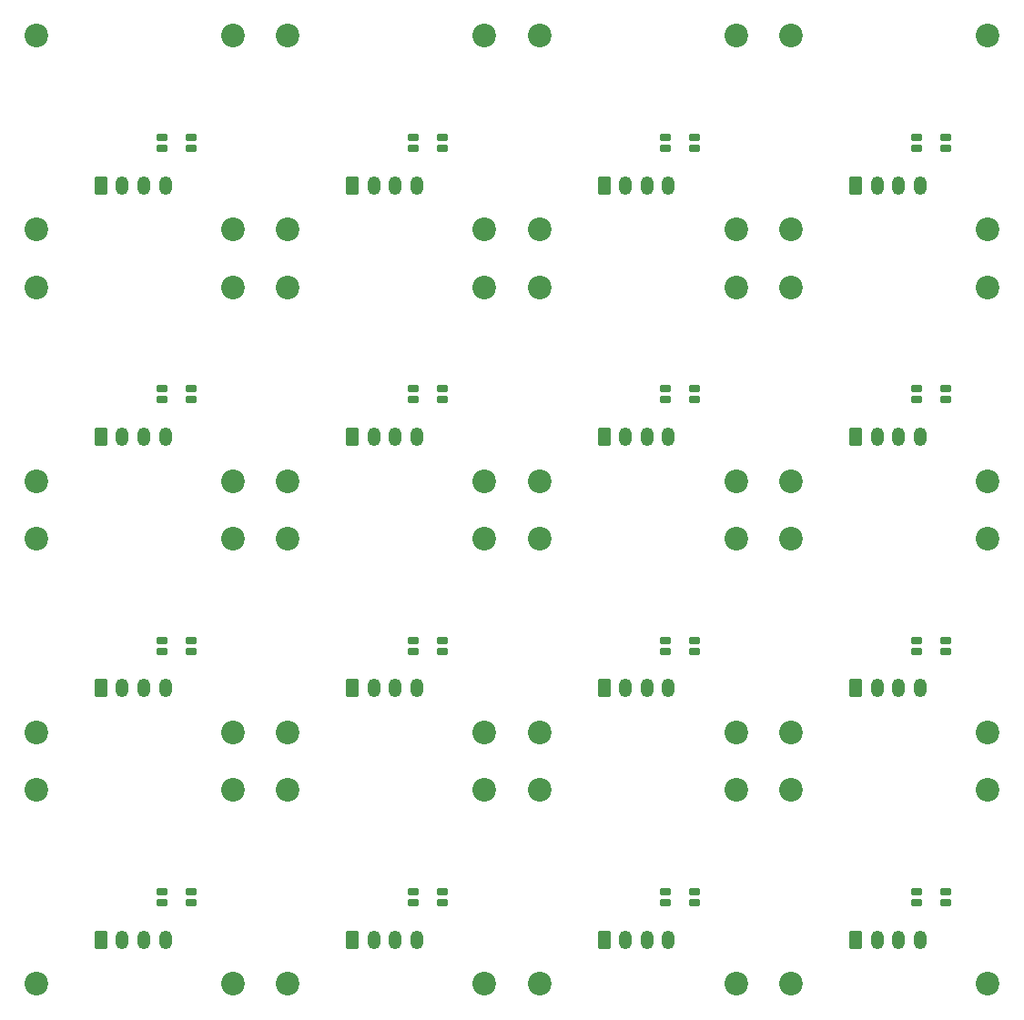
<source format=gbs>
G04 #@! TF.GenerationSoftware,KiCad,Pcbnew,8.0.6*
G04 #@! TF.CreationDate,2024-11-12T16:38:53+01:00*
G04 #@! TF.ProjectId,USB-C_Adapter - nutzen,5553422d-435f-4416-9461-70746572202d,rev?*
G04 #@! TF.SameCoordinates,Original*
G04 #@! TF.FileFunction,Soldermask,Bot*
G04 #@! TF.FilePolarity,Negative*
%FSLAX46Y46*%
G04 Gerber Fmt 4.6, Leading zero omitted, Abs format (unit mm)*
G04 Created by KiCad (PCBNEW 8.0.6) date 2024-11-12 16:38:53*
%MOMM*%
%LPD*%
G01*
G04 APERTURE LIST*
G04 Aperture macros list*
%AMRoundRect*
0 Rectangle with rounded corners*
0 $1 Rounding radius*
0 $2 $3 $4 $5 $6 $7 $8 $9 X,Y pos of 4 corners*
0 Add a 4 corners polygon primitive as box body*
4,1,4,$2,$3,$4,$5,$6,$7,$8,$9,$2,$3,0*
0 Add four circle primitives for the rounded corners*
1,1,$1+$1,$2,$3*
1,1,$1+$1,$4,$5*
1,1,$1+$1,$6,$7*
1,1,$1+$1,$8,$9*
0 Add four rect primitives between the rounded corners*
20,1,$1+$1,$2,$3,$4,$5,0*
20,1,$1+$1,$4,$5,$6,$7,0*
20,1,$1+$1,$6,$7,$8,$9,0*
20,1,$1+$1,$8,$9,$2,$3,0*%
G04 Aperture macros list end*
%ADD10C,2.200000*%
%ADD11RoundRect,0.250000X-0.350000X-0.625000X0.350000X-0.625000X0.350000X0.625000X-0.350000X0.625000X0*%
%ADD12O,1.200000X1.750000*%
%ADD13RoundRect,0.120000X-0.430000X-0.180000X0.430000X-0.180000X0.430000X0.180000X-0.430000X0.180000X0*%
G04 APERTURE END LIST*
D10*
X229984800Y-120478800D03*
D11*
X170900000Y-157800000D03*
D12*
X172900000Y-157800000D03*
X174900000Y-157800000D03*
X176900000Y-157800000D03*
D10*
X164889200Y-143878800D03*
X188289200Y-138506400D03*
D11*
X241100000Y-157800000D03*
D12*
X243100000Y-157800000D03*
X245100000Y-157800000D03*
X247100000Y-157800000D03*
D10*
X164889200Y-115106400D03*
X229984800Y-143878800D03*
X164889200Y-167278800D03*
X206584800Y-97078800D03*
X253384800Y-138506400D03*
X253384800Y-97078800D03*
X206584800Y-185306400D03*
X183184800Y-167278800D03*
X253384800Y-120478800D03*
X235089200Y-161906400D03*
X206584800Y-143878800D03*
X253384800Y-167278800D03*
X183184800Y-120478800D03*
X229984800Y-115106400D03*
X229984800Y-97078800D03*
D11*
X194300000Y-134400000D03*
D12*
X196300000Y-134400000D03*
X198300000Y-134400000D03*
X200300000Y-134400000D03*
D10*
X183184800Y-161906400D03*
X188289200Y-97078800D03*
D11*
X217700000Y-181200000D03*
D12*
X219700000Y-181200000D03*
X221700000Y-181200000D03*
X223700000Y-181200000D03*
D11*
X217700000Y-157800000D03*
D12*
X219700000Y-157800000D03*
X221700000Y-157800000D03*
X223700000Y-157800000D03*
D10*
X188289200Y-120478800D03*
X235089200Y-167278800D03*
X229984800Y-185306400D03*
X235089200Y-115106400D03*
X183184800Y-138506400D03*
X253384800Y-115106400D03*
X206584800Y-167278800D03*
X164889200Y-185306400D03*
X211689200Y-167278800D03*
X235089200Y-120478800D03*
X229984800Y-138506400D03*
X229984800Y-161906400D03*
X253384800Y-161906400D03*
D11*
X194300000Y-157800000D03*
D12*
X196300000Y-157800000D03*
X198300000Y-157800000D03*
X200300000Y-157800000D03*
D11*
X194300000Y-111000000D03*
D12*
X196300000Y-111000000D03*
X198300000Y-111000000D03*
X200300000Y-111000000D03*
D10*
X211689200Y-120478800D03*
X183184800Y-185306400D03*
X188289200Y-143878800D03*
D11*
X241100000Y-111000000D03*
D12*
X243100000Y-111000000D03*
X245100000Y-111000000D03*
X247100000Y-111000000D03*
D11*
X170900000Y-134400000D03*
D12*
X172900000Y-134400000D03*
X174900000Y-134400000D03*
X176900000Y-134400000D03*
D10*
X188289200Y-167278800D03*
X206584800Y-115106400D03*
X235089200Y-143878800D03*
D11*
X241100000Y-134400000D03*
D12*
X243100000Y-134400000D03*
X245100000Y-134400000D03*
X247100000Y-134400000D03*
D11*
X241100000Y-181200000D03*
D12*
X243100000Y-181200000D03*
X245100000Y-181200000D03*
X247100000Y-181200000D03*
D10*
X235089200Y-97078800D03*
X183184800Y-97078800D03*
X211689200Y-161906400D03*
X211689200Y-185306400D03*
X211689200Y-115106400D03*
X206584800Y-120478800D03*
X206584800Y-138506400D03*
X206584800Y-161906400D03*
X211689200Y-143878800D03*
X183184800Y-143878800D03*
X229984800Y-167278800D03*
D11*
X217700000Y-111000000D03*
D12*
X219700000Y-111000000D03*
X221700000Y-111000000D03*
X223700000Y-111000000D03*
D10*
X183184800Y-115106400D03*
X188289200Y-161906400D03*
D11*
X194300000Y-181200000D03*
D12*
X196300000Y-181200000D03*
X198300000Y-181200000D03*
X200300000Y-181200000D03*
D10*
X235089200Y-185306400D03*
X253384800Y-185306400D03*
X164889200Y-120478800D03*
X164889200Y-97078800D03*
D11*
X217700000Y-134400000D03*
D12*
X219700000Y-134400000D03*
X221700000Y-134400000D03*
X223700000Y-134400000D03*
D10*
X188289200Y-115106400D03*
D11*
X170900000Y-111000000D03*
D12*
X172900000Y-111000000D03*
X174900000Y-111000000D03*
X176900000Y-111000000D03*
D10*
X235089200Y-138506400D03*
X164889200Y-161906400D03*
X188289200Y-185306400D03*
X211689200Y-97078800D03*
X253384800Y-143878800D03*
X211689200Y-138506400D03*
D11*
X170900000Y-181200000D03*
D12*
X172900000Y-181200000D03*
X174900000Y-181200000D03*
X176900000Y-181200000D03*
D10*
X164889200Y-138506400D03*
D13*
X176587500Y-154350000D03*
X179287500Y-154350000D03*
X179287500Y-153350000D03*
X176587500Y-153350000D03*
X199987500Y-130950000D03*
X202687500Y-130950000D03*
X202687500Y-129950000D03*
X199987500Y-129950000D03*
X223387500Y-177750000D03*
X226087500Y-177750000D03*
X226087500Y-176750000D03*
X223387500Y-176750000D03*
X223387500Y-130950000D03*
X226087500Y-130950000D03*
X226087500Y-129950000D03*
X223387500Y-129950000D03*
X223387500Y-107550000D03*
X226087500Y-107550000D03*
X226087500Y-106550000D03*
X223387500Y-106550000D03*
X246787500Y-130950000D03*
X249487500Y-130950000D03*
X249487500Y-129950000D03*
X246787500Y-129950000D03*
X176587500Y-107550000D03*
X179287500Y-107550000D03*
X179287500Y-106550000D03*
X176587500Y-106550000D03*
X246787500Y-107550000D03*
X249487500Y-107550000D03*
X249487500Y-106550000D03*
X246787500Y-106550000D03*
X176587500Y-130950000D03*
X179287500Y-130950000D03*
X179287500Y-129950000D03*
X176587500Y-129950000D03*
X246787500Y-177750000D03*
X249487500Y-177750000D03*
X249487500Y-176750000D03*
X246787500Y-176750000D03*
X223387500Y-154350000D03*
X226087500Y-154350000D03*
X226087500Y-153350000D03*
X223387500Y-153350000D03*
X199987500Y-107550000D03*
X202687500Y-107550000D03*
X202687500Y-106550000D03*
X199987500Y-106550000D03*
X246787500Y-154350000D03*
X249487500Y-154350000D03*
X249487500Y-153350000D03*
X246787500Y-153350000D03*
X199987500Y-177750000D03*
X202687500Y-177750000D03*
X202687500Y-176750000D03*
X199987500Y-176750000D03*
X199987500Y-154350000D03*
X202687500Y-154350000D03*
X202687500Y-153350000D03*
X199987500Y-153350000D03*
X176587500Y-177750000D03*
X179287500Y-177750000D03*
X179287500Y-176750000D03*
X176587500Y-176750000D03*
M02*

</source>
